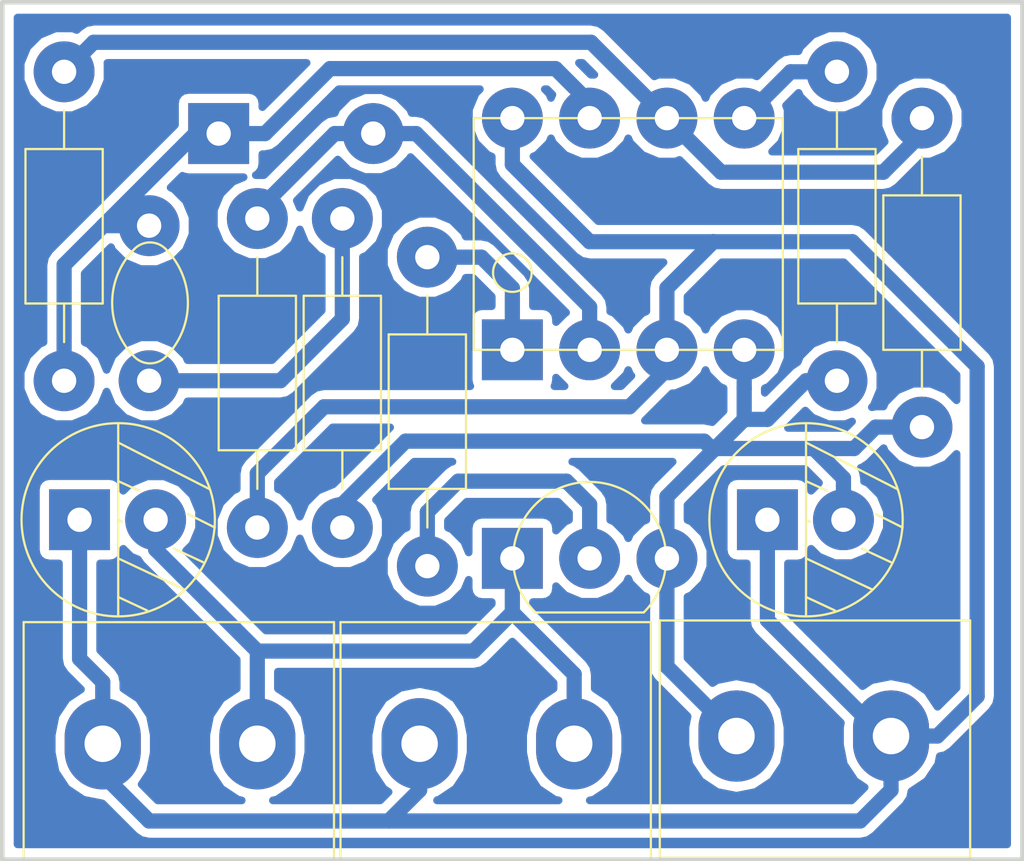
<source format=kicad_pcb>
(kicad_pcb (version 4) (host pcbnew 4.0.6)

  (general
    (links 27)
    (no_connects 1)
    (area 145.974999 80.950999 179.653001 109.295001)
    (thickness 1.6)
    (drawings 4)
    (tracks 96)
    (zones 0)
    (modules 15)
    (nets 11)
  )

  (page A4)
  (layers
    (0 F.Cu signal hide)
    (31 B.Cu signal)
    (32 B.Adhes user hide)
    (33 F.Adhes user hide)
    (34 B.Paste user hide)
    (35 F.Paste user hide)
    (36 B.SilkS user hide)
    (37 F.SilkS user)
    (38 B.Mask user hide)
    (39 F.Mask user hide)
    (40 Dwgs.User user hide)
    (41 Cmts.User user hide)
    (42 Eco1.User user hide)
    (43 Eco2.User user hide)
    (44 Edge.Cuts user)
    (45 Margin user hide)
    (46 B.CrtYd user hide)
    (47 F.CrtYd user hide)
    (48 B.Fab user hide)
    (49 F.Fab user hide)
  )

  (setup
    (last_trace_width 0.5)
    (trace_clearance 0.2)
    (zone_clearance 0.3)
    (zone_45_only no)
    (trace_min 0.2)
    (segment_width 0.2)
    (edge_width 0.15)
    (via_size 0.6)
    (via_drill 0.4)
    (via_min_size 0.4)
    (via_min_drill 0.3)
    (uvia_size 0.3)
    (uvia_drill 0.1)
    (uvias_allowed no)
    (uvia_min_size 0.2)
    (uvia_min_drill 0.1)
    (pcb_text_width 0.3)
    (pcb_text_size 1.5 1.5)
    (mod_edge_width 0.15)
    (mod_text_size 1 1)
    (mod_text_width 0.15)
    (pad_size 1.524 1.524)
    (pad_drill 0.762)
    (pad_to_mask_clearance 0.2)
    (aux_axis_origin 0 0)
    (visible_elements 7FFFFFFF)
    (pcbplotparams
      (layerselection 0x00030_80000001)
      (usegerberextensions false)
      (excludeedgelayer true)
      (linewidth 0.400000)
      (plotframeref false)
      (viasonmask false)
      (mode 1)
      (useauxorigin false)
      (hpglpennumber 1)
      (hpglpenspeed 20)
      (hpglpendiameter 15)
      (hpglpenoverlay 2)
      (psnegative false)
      (psa4output false)
      (plotreference true)
      (plotvalue true)
      (plotinvisibletext false)
      (padsonsilk false)
      (subtractmaskfromsilk false)
      (outputformat 1)
      (mirror false)
      (drillshape 1)
      (scaleselection 1)
      (outputdirectory ""))
  )

  (net 0 "")
  (net 1 VCC)
  (net 2 GND)
  (net 3 "Net-(Q1-Pad2)")
  (net 4 "Net-(C1-Pad1)")
  (net 5 "Net-(C1-Pad2)")
  (net 6 "Net-(C3-Pad2)")
  (net 7 "Net-(R1-Pad2)")
  (net 8 "Net-(R2-Pad1)")
  (net 9 "Net-(R3-Pad2)")
  (net 10 "Net-(R6-Pad2)")

  (net_class Default "Questo è il gruppo di collegamenti predefinito"
    (clearance 0.2)
    (trace_width 0.5)
    (via_dia 0.6)
    (via_drill 0.4)
    (uvia_dia 0.3)
    (uvia_drill 0.1)
    (add_net GND)
    (add_net "Net-(C1-Pad1)")
    (add_net "Net-(C1-Pad2)")
    (add_net "Net-(C3-Pad2)")
    (add_net "Net-(Q1-Pad2)")
    (add_net "Net-(R1-Pad2)")
    (add_net "Net-(R2-Pad1)")
    (add_net "Net-(R3-Pad2)")
    (add_net "Net-(R6-Pad2)")
    (add_net VCC)
  )

  (module Impronte:Cap_6.3 (layer F.Cu) (tedit 5943A0C1) (tstamp 59445C99)
    (at 171.196 98.044)
    (descr "Radial Electrolytic Capacitor, Diameter 6.3mm x Length 11.2mm, Pitch 2.5mm")
    (tags "Electrolytic Capacitor")
    (path /5943A61D)
    (fp_text reference C2 (at 1.016 -2.2225) (layer Eco1.User)
      (effects (font (size 0.5 0.5) (thickness 0.1)))
    )
    (fp_text value 100u (at 0.381 2.2225) (layer Eco2.User)
      (effects (font (size 0.5 0.5) (thickness 0.1)))
    )
    (fp_line (start 1.27 0) (end 1.397 0.0635) (layer F.SilkS) (width 0.075))
    (fp_line (start 4.064 1.397) (end 3.1115 0.9525) (layer F.SilkS) (width 0.075))
    (fp_line (start 3.556 -0.1905) (end 4.445 0.254) (layer F.SilkS) (width 0.075))
    (fp_line (start 1.27 -1.27) (end 1.9685 -0.9525) (layer F.SilkS) (width 0.075))
    (fp_line (start 1.27 2.54) (end 2.2225 2.9845) (layer F.SilkS) (width 0.075))
    (fp_line (start 1.27 1.27) (end 3.429 2.286) (layer F.SilkS) (width 0.075))
    (fp_line (start 1.27 -2.54) (end 4.2545 -1.016) (layer F.SilkS) (width 0.075))
    (fp_line (start 1.27 -3.1496) (end 1.27 3.1496) (layer F.SilkS) (width 0.075))
    (fp_circle (center 1.27 0) (end 4.445 -0.127) (layer F.SilkS) (width 0.075))
    (pad 2 thru_hole circle (at 2.5 0) (size 2 2) (drill 0.8) (layers *.Cu *.Mask)
      (net 2 GND))
    (pad 1 thru_hole rect (at 0 0) (size 2 2) (drill 0.8) (layers *.Cu *.Mask)
      (net 1 VCC))
    (model Capacitors_ThroughHole.3dshapes/C_Radial_D6.3_L11.2_P2.5.wrl
      (at (xyz 0 0 0))
      (scale (xyz 1 1 1))
      (rotate (xyz 0 0 0))
    )
  )

  (module Impronte:AK300-2 (layer F.Cu) (tedit 5943A25F) (tstamp 59445CAB)
    (at 159.766 105.41)
    (descr CONNECTOR)
    (tags CONNECTOR)
    (path /5807461F)
    (attr virtual)
    (fp_text reference P2 (at -1.2 -3.2) (layer Eco1.User)
      (effects (font (size 0.5 0.5) (thickness 0.1)))
    )
    (fp_text value Fan1 (at 1.8 -2.4) (layer Eco2.User)
      (effects (font (size 0.5 0.5) (thickness 0.1)))
    )
    (fp_line (start 7.6 3.8) (end 7.6 -4) (layer F.SilkS) (width 0.075))
    (fp_line (start -2.6 3.8) (end 7.6 3.8) (layer F.SilkS) (width 0.075))
    (fp_line (start -2.6 -4) (end -2.6 3.8) (layer F.SilkS) (width 0.075))
    (fp_line (start 7.6 -4) (end -2.6 -4) (layer F.SilkS) (width 0.075))
    (pad 1 thru_hole oval (at 0 0) (size 2.5 3) (drill 1.2) (layers *.Cu F.Paste F.Mask)
      (net 1 VCC))
    (pad 2 thru_hole oval (at 5.08 0) (size 2.5 3) (drill 1.2) (layers *.Cu F.Paste F.Mask)
      (net 6 "Net-(C3-Pad2)"))
  )

  (module Impronte:TO-92 (layer F.Cu) (tedit 59438B32) (tstamp 59445CB8)
    (at 162.814 99.314)
    (descr "TO-92 leads in-line, wide, drill 0.8mm (see NXP sot054_po.pdf)")
    (tags "to-92 sc-43 sc-43a sot54 PA33 transistor")
    (path /5944B59E)
    (fp_text reference Q1 (at 2.85 -2.85) (layer Eco1.User)
      (effects (font (size 0.5 0.5) (thickness 0.1)))
    )
    (fp_text value BC337 (at 2.85 2.2) (layer Eco2.User)
      (effects (font (size 0.5 0.5) (thickness 0.1)))
    )
    (fp_line (start 4.318 1.778) (end 0.762 1.778) (layer F.SilkS) (width 0.075))
    (fp_arc (start 2.54 0) (end 0.762 1.778) (angle 270) (layer F.SilkS) (width 0.075))
    (pad 2 thru_hole circle (at 2.54 0 90) (size 2 2) (drill 0.8) (layers *.Cu *.Mask)
      (net 3 "Net-(Q1-Pad2)"))
    (pad 3 thru_hole circle (at 5.08 0 90) (size 2 2) (drill 0.8) (layers *.Cu *.Mask)
      (net 2 GND))
    (pad 1 thru_hole rect (at 0 0 90) (size 2 2) (drill 0.8) (layers *.Cu *.Mask)
      (net 6 "Net-(C3-Pad2)"))
    (model TO_SOT_Packages_THT.3dshapes/TO-92_Inline_Wide.wrl
      (at (xyz 0.1 0 0))
      (scale (xyz 1 1 1))
      (rotate (xyz 0 0 -90))
    )
  )

  (module Impronte:Res_Orizz_10mm (layer F.Cu) (tedit 59438C56) (tstamp 59445CD0)
    (at 157.226 93.218 90)
    (descr "Resistor, Axial,  RM 10mm, 1/3W")
    (tags "Resistor Axial RM 10mm 1/3W")
    (path /59449851)
    (fp_text reference R4 (at -1.43 -0.85 90) (layer Eco1.User)
      (effects (font (size 0.5 0.5) (thickness 0.1)))
    )
    (fp_text value 1.2k (at 0.381 0 90) (layer Eco2.User)
      (effects (font (size 0.5 0.5) (thickness 0.1)))
    )
    (fp_line (start -2.54 0) (end -3.81 0) (layer F.SilkS) (width 0.075))
    (fp_line (start 3.81 0) (end 2.54 0) (layer F.SilkS) (width 0.075))
    (fp_line (start -2.54 -1.27) (end 2.54 -1.27) (layer F.SilkS) (width 0.075))
    (fp_line (start -2.54 1.27) (end -2.54 -1.27) (layer F.SilkS) (width 0.075))
    (fp_line (start 2.54 1.27) (end -2.54 1.27) (layer F.SilkS) (width 0.075))
    (fp_line (start 2.54 -1.27) (end 2.54 1.27) (layer F.SilkS) (width 0.075))
    (pad 1 thru_hole circle (at -5.08 0 90) (size 2 2) (drill 0.8) (layers *.Cu *.Mask)
      (net 2 GND))
    (pad 2 thru_hole circle (at 5.08 0 90) (size 2 2) (drill 0.8) (layers *.Cu *.Mask)
      (net 5 "Net-(C1-Pad2)"))
    (model Resistors_ThroughHole.3dshapes/Resistor_Horizontal_RM10mm.wrl
      (at (xyz 0.2 0 0))
      (scale (xyz 0.4 0.4 0.4))
      (rotate (xyz 0 0 0))
    )
  )

  (module Impronte:Cap_5x2.7 (layer F.Cu) (tedit 59439273) (tstamp 59445C93)
    (at 152.176 88.372 270)
    (path /59449A3B)
    (fp_text reference C1 (at 1.016 -0.254 270) (layer Eco1.User)
      (effects (font (size 0.5 0.5) (thickness 0.1)))
    )
    (fp_text value 10n (at 2.159 1.27 270) (layer Eco2.User)
      (effects (font (size 0.5 0.5) (thickness 0.1)))
    )
    (fp_arc (start 1.27 1.27) (end 0.762 1.778) (angle 90) (layer F.SilkS) (width 0.075))
    (fp_arc (start 2.54 0) (end 4.318 1.778) (angle 90) (layer F.SilkS) (width 0.075))
    (fp_arc (start 3.81 1.27) (end 4.318 0.762) (angle 90) (layer F.SilkS) (width 0.075))
    (fp_arc (start 2.54 2.54) (end 0.762 0.762) (angle 90) (layer F.SilkS) (width 0.075))
    (pad 1 thru_hole circle (at 0 1.3 270) (size 2 2) (drill 0.8) (layers *.Cu *.Mask)
      (net 4 "Net-(C1-Pad1)"))
    (pad 2 thru_hole circle (at 5.1 1.3 270) (size 2 2) (drill 0.8) (layers *.Cu *.Mask)
      (net 5 "Net-(C1-Pad2)"))
  )

  (module Impronte:Cap_6.3 (layer F.Cu) (tedit 5943A0C1) (tstamp 59445C9F)
    (at 148.59 98.044)
    (descr "Radial Electrolytic Capacitor, Diameter 6.3mm x Length 11.2mm, Pitch 2.5mm")
    (tags "Electrolytic Capacitor")
    (path /5943AA47)
    (fp_text reference C3 (at 1.016 -2.2225) (layer Eco1.User)
      (effects (font (size 0.5 0.5) (thickness 0.1)))
    )
    (fp_text value 100u (at 0.381 2.2225) (layer Eco2.User)
      (effects (font (size 0.5 0.5) (thickness 0.1)))
    )
    (fp_line (start 1.27 0) (end 1.397 0.0635) (layer F.SilkS) (width 0.075))
    (fp_line (start 4.064 1.397) (end 3.1115 0.9525) (layer F.SilkS) (width 0.075))
    (fp_line (start 3.556 -0.1905) (end 4.445 0.254) (layer F.SilkS) (width 0.075))
    (fp_line (start 1.27 -1.27) (end 1.9685 -0.9525) (layer F.SilkS) (width 0.075))
    (fp_line (start 1.27 2.54) (end 2.2225 2.9845) (layer F.SilkS) (width 0.075))
    (fp_line (start 1.27 1.27) (end 3.429 2.286) (layer F.SilkS) (width 0.075))
    (fp_line (start 1.27 -2.54) (end 4.2545 -1.016) (layer F.SilkS) (width 0.075))
    (fp_line (start 1.27 -3.1496) (end 1.27 3.1496) (layer F.SilkS) (width 0.075))
    (fp_circle (center 1.27 0) (end 4.445 -0.127) (layer F.SilkS) (width 0.075))
    (pad 2 thru_hole circle (at 2.5 0) (size 2 2) (drill 0.8) (layers *.Cu *.Mask)
      (net 6 "Net-(C3-Pad2)"))
    (pad 1 thru_hole rect (at 0 0) (size 2 2) (drill 0.8) (layers *.Cu *.Mask)
      (net 1 VCC))
    (model Capacitors_ThroughHole.3dshapes/C_Radial_D6.3_L11.2_P2.5.wrl
      (at (xyz 0 0 0))
      (scale (xyz 1 1 1))
      (rotate (xyz 0 0 0))
    )
  )

  (module Impronte:AK300-2 (layer F.Cu) (tedit 5943A25F) (tstamp 59445CA5)
    (at 175.26 105.156 180)
    (descr CONNECTOR)
    (tags CONNECTOR)
    (path /58076736)
    (attr virtual)
    (fp_text reference P1 (at -1.2 -3.2 180) (layer Eco1.User)
      (effects (font (size 0.5 0.5) (thickness 0.1)))
    )
    (fp_text value Power (at 1.8 -2.4 180) (layer Eco2.User)
      (effects (font (size 0.5 0.5) (thickness 0.1)))
    )
    (fp_line (start 7.6 3.8) (end 7.6 -4) (layer F.SilkS) (width 0.075))
    (fp_line (start -2.6 3.8) (end 7.6 3.8) (layer F.SilkS) (width 0.075))
    (fp_line (start -2.6 -4) (end -2.6 3.8) (layer F.SilkS) (width 0.075))
    (fp_line (start 7.6 -4) (end -2.6 -4) (layer F.SilkS) (width 0.075))
    (pad 1 thru_hole oval (at 0 0 180) (size 2.5 3) (drill 1.2) (layers *.Cu F.Paste F.Mask)
      (net 1 VCC))
    (pad 2 thru_hole oval (at 5.08 0 180) (size 2.5 3) (drill 1.2) (layers *.Cu F.Paste F.Mask)
      (net 2 GND))
  )

  (module Impronte:AK300-2 (layer F.Cu) (tedit 5943A25F) (tstamp 59445CB1)
    (at 149.352 105.41)
    (descr CONNECTOR)
    (tags CONNECTOR)
    (path /5942C6F3)
    (attr virtual)
    (fp_text reference P3 (at -1.2 -3.2) (layer Eco1.User)
      (effects (font (size 0.5 0.5) (thickness 0.1)))
    )
    (fp_text value Fan2 (at 1.8 -2.4) (layer Eco2.User)
      (effects (font (size 0.5 0.5) (thickness 0.1)))
    )
    (fp_line (start 7.6 3.8) (end 7.6 -4) (layer F.SilkS) (width 0.075))
    (fp_line (start -2.6 3.8) (end 7.6 3.8) (layer F.SilkS) (width 0.075))
    (fp_line (start -2.6 -4) (end -2.6 3.8) (layer F.SilkS) (width 0.075))
    (fp_line (start 7.6 -4) (end -2.6 -4) (layer F.SilkS) (width 0.075))
    (pad 1 thru_hole oval (at 0 0) (size 2.5 3) (drill 1.2) (layers *.Cu F.Paste F.Mask)
      (net 1 VCC))
    (pad 2 thru_hole oval (at 5.08 0) (size 2.5 3) (drill 1.2) (layers *.Cu F.Paste F.Mask)
      (net 6 "Net-(C3-Pad2)"))
  )

  (module Impronte:Res_Orizz_10mm (layer F.Cu) (tedit 59438C56) (tstamp 59445CBE)
    (at 154.432 93.218 90)
    (descr "Resistor, Axial,  RM 10mm, 1/3W")
    (tags "Resistor Axial RM 10mm 1/3W")
    (path /5944A7FD)
    (fp_text reference R1 (at -1.43 -0.85 90) (layer Eco1.User)
      (effects (font (size 0.5 0.5) (thickness 0.1)))
    )
    (fp_text value 4.7k (at 0.381 0 90) (layer Eco2.User)
      (effects (font (size 0.5 0.5) (thickness 0.1)))
    )
    (fp_line (start -2.54 0) (end -3.81 0) (layer F.SilkS) (width 0.075))
    (fp_line (start 3.81 0) (end 2.54 0) (layer F.SilkS) (width 0.075))
    (fp_line (start -2.54 -1.27) (end 2.54 -1.27) (layer F.SilkS) (width 0.075))
    (fp_line (start -2.54 1.27) (end -2.54 -1.27) (layer F.SilkS) (width 0.075))
    (fp_line (start 2.54 1.27) (end -2.54 1.27) (layer F.SilkS) (width 0.075))
    (fp_line (start 2.54 -1.27) (end 2.54 1.27) (layer F.SilkS) (width 0.075))
    (pad 1 thru_hole circle (at -5.08 0 90) (size 2 2) (drill 0.8) (layers *.Cu *.Mask)
      (net 1 VCC))
    (pad 2 thru_hole circle (at 5.08 0 90) (size 2 2) (drill 0.8) (layers *.Cu *.Mask)
      (net 7 "Net-(R1-Pad2)"))
    (model Resistors_ThroughHole.3dshapes/Resistor_Horizontal_RM10mm.wrl
      (at (xyz 0.2 0 0))
      (scale (xyz 0.4 0.4 0.4))
      (rotate (xyz 0 0 0))
    )
  )

  (module Impronte:Res_Orizz_10mm (layer F.Cu) (tedit 59438C56) (tstamp 59445CC4)
    (at 176.276 89.916 270)
    (descr "Resistor, Axial,  RM 10mm, 1/3W")
    (tags "Resistor Axial RM 10mm 1/3W")
    (path /59449CD2)
    (fp_text reference R2 (at -1.43 -0.85 270) (layer Eco1.User)
      (effects (font (size 0.5 0.5) (thickness 0.1)))
    )
    (fp_text value 10k (at 0.381 0 270) (layer Eco2.User)
      (effects (font (size 0.5 0.5) (thickness 0.1)))
    )
    (fp_line (start -2.54 0) (end -3.81 0) (layer F.SilkS) (width 0.075))
    (fp_line (start 3.81 0) (end 2.54 0) (layer F.SilkS) (width 0.075))
    (fp_line (start -2.54 -1.27) (end 2.54 -1.27) (layer F.SilkS) (width 0.075))
    (fp_line (start -2.54 1.27) (end -2.54 -1.27) (layer F.SilkS) (width 0.075))
    (fp_line (start 2.54 1.27) (end -2.54 1.27) (layer F.SilkS) (width 0.075))
    (fp_line (start 2.54 -1.27) (end 2.54 1.27) (layer F.SilkS) (width 0.075))
    (pad 1 thru_hole circle (at -5.08 0 270) (size 2 2) (drill 0.8) (layers *.Cu *.Mask)
      (net 8 "Net-(R2-Pad1)"))
    (pad 2 thru_hole circle (at 5.08 0 270) (size 2 2) (drill 0.8) (layers *.Cu *.Mask)
      (net 2 GND))
    (model Resistors_ThroughHole.3dshapes/Resistor_Horizontal_RM10mm.wrl
      (at (xyz 0.2 0 0))
      (scale (xyz 0.4 0.4 0.4))
      (rotate (xyz 0 0 0))
    )
  )

  (module Impronte:Res_Orizz_10mm (layer F.Cu) (tedit 59438C56) (tstamp 59445CCA)
    (at 173.482 88.392 90)
    (descr "Resistor, Axial,  RM 10mm, 1/3W")
    (tags "Resistor Axial RM 10mm 1/3W")
    (path /59449779)
    (fp_text reference R3 (at -1.43 -0.85 90) (layer Eco1.User)
      (effects (font (size 0.5 0.5) (thickness 0.1)))
    )
    (fp_text value 1.2k (at 0.381 0 90) (layer Eco2.User)
      (effects (font (size 0.5 0.5) (thickness 0.1)))
    )
    (fp_line (start -2.54 0) (end -3.81 0) (layer F.SilkS) (width 0.075))
    (fp_line (start 3.81 0) (end 2.54 0) (layer F.SilkS) (width 0.075))
    (fp_line (start -2.54 -1.27) (end 2.54 -1.27) (layer F.SilkS) (width 0.075))
    (fp_line (start -2.54 1.27) (end -2.54 -1.27) (layer F.SilkS) (width 0.075))
    (fp_line (start 2.54 1.27) (end -2.54 1.27) (layer F.SilkS) (width 0.075))
    (fp_line (start 2.54 -1.27) (end 2.54 1.27) (layer F.SilkS) (width 0.075))
    (pad 1 thru_hole circle (at -5.08 0 90) (size 2 2) (drill 0.8) (layers *.Cu *.Mask)
      (net 2 GND))
    (pad 2 thru_hole circle (at 5.08 0 90) (size 2 2) (drill 0.8) (layers *.Cu *.Mask)
      (net 9 "Net-(R3-Pad2)"))
    (model Resistors_ThroughHole.3dshapes/Resistor_Horizontal_RM10mm.wrl
      (at (xyz 0.2 0 0))
      (scale (xyz 0.4 0.4 0.4))
      (rotate (xyz 0 0 0))
    )
  )

  (module Impronte:Res_Orizz_10mm (layer F.Cu) (tedit 59438C56) (tstamp 59445CD6)
    (at 148.082 88.392 270)
    (descr "Resistor, Axial,  RM 10mm, 1/3W")
    (tags "Resistor Axial RM 10mm 1/3W")
    (path /59449BFA)
    (fp_text reference R5 (at -1.43 -0.85 270) (layer Eco1.User)
      (effects (font (size 0.5 0.5) (thickness 0.1)))
    )
    (fp_text value 10k (at 0.381 0 270) (layer Eco2.User)
      (effects (font (size 0.5 0.5) (thickness 0.1)))
    )
    (fp_line (start -2.54 0) (end -3.81 0) (layer F.SilkS) (width 0.075))
    (fp_line (start 3.81 0) (end 2.54 0) (layer F.SilkS) (width 0.075))
    (fp_line (start -2.54 -1.27) (end 2.54 -1.27) (layer F.SilkS) (width 0.075))
    (fp_line (start -2.54 1.27) (end -2.54 -1.27) (layer F.SilkS) (width 0.075))
    (fp_line (start 2.54 1.27) (end -2.54 1.27) (layer F.SilkS) (width 0.075))
    (fp_line (start 2.54 -1.27) (end 2.54 1.27) (layer F.SilkS) (width 0.075))
    (pad 1 thru_hole circle (at -5.08 0 270) (size 2 2) (drill 0.8) (layers *.Cu *.Mask)
      (net 8 "Net-(R2-Pad1)"))
    (pad 2 thru_hole circle (at 5.08 0 270) (size 2 2) (drill 0.8) (layers *.Cu *.Mask)
      (net 4 "Net-(C1-Pad1)"))
    (model Resistors_ThroughHole.3dshapes/Resistor_Horizontal_RM10mm.wrl
      (at (xyz 0.2 0 0))
      (scale (xyz 0.4 0.4 0.4))
      (rotate (xyz 0 0 0))
    )
  )

  (module Impronte:Res_Orizz_10mm (layer F.Cu) (tedit 59438C56) (tstamp 59445CDC)
    (at 160.02 94.488 90)
    (descr "Resistor, Axial,  RM 10mm, 1/3W")
    (tags "Resistor Axial RM 10mm 1/3W")
    (path /580744D1)
    (fp_text reference R6 (at -1.43 -0.85 90) (layer Eco1.User)
      (effects (font (size 0.5 0.5) (thickness 0.1)))
    )
    (fp_text value 100 (at 0.381 0 90) (layer Eco2.User)
      (effects (font (size 0.5 0.5) (thickness 0.1)))
    )
    (fp_line (start -2.54 0) (end -3.81 0) (layer F.SilkS) (width 0.075))
    (fp_line (start 3.81 0) (end 2.54 0) (layer F.SilkS) (width 0.075))
    (fp_line (start -2.54 -1.27) (end 2.54 -1.27) (layer F.SilkS) (width 0.075))
    (fp_line (start -2.54 1.27) (end -2.54 -1.27) (layer F.SilkS) (width 0.075))
    (fp_line (start 2.54 1.27) (end -2.54 1.27) (layer F.SilkS) (width 0.075))
    (fp_line (start 2.54 -1.27) (end 2.54 1.27) (layer F.SilkS) (width 0.075))
    (pad 1 thru_hole circle (at -5.08 0 90) (size 2 2) (drill 0.8) (layers *.Cu *.Mask)
      (net 3 "Net-(Q1-Pad2)"))
    (pad 2 thru_hole circle (at 5.08 0 90) (size 2 2) (drill 0.8) (layers *.Cu *.Mask)
      (net 10 "Net-(R6-Pad2)"))
    (model Resistors_ThroughHole.3dshapes/Resistor_Horizontal_RM10mm.wrl
      (at (xyz 0.2 0 0))
      (scale (xyz 0.4 0.4 0.4))
      (rotate (xyz 0 0 0))
    )
  )

  (module Impronte:2-Pin (layer F.Cu) (tedit 594383E9) (tstamp 59445CE2)
    (at 153.162 85.344)
    (path /5944A3E7)
    (fp_text reference TH1 (at 0 -1.3) (layer Eco1.User)
      (effects (font (size 0.5 0.5) (thickness 0.1)))
    )
    (fp_text value 6.8k (at 5.05 -1.3) (layer Eco2.User)
      (effects (font (size 0.5 0.5) (thickness 0.1)))
    )
    (pad 1 thru_hole rect (at 0 0) (size 2 2) (drill 0.8) (layers *.Cu *.Mask)
      (net 4 "Net-(C1-Pad1)"))
    (pad 2 thru_hole circle (at 5.08 0) (size 2 2) (drill 0.8) (layers *.Cu *.Mask)
      (net 7 "Net-(R1-Pad2)"))
  )

  (module Impronte:DIP-8 (layer F.Cu) (tedit 59438CE5) (tstamp 59445CEE)
    (at 161.544 92.456)
    (path /59448DA5)
    (fp_text reference U1 (at 1.143 -4.064) (layer Eco1.User)
      (effects (font (size 0.5 0.5) (thickness 0.1)))
    )
    (fp_text value LM358 (at 5.461 -3.81) (layer Eco2.User)
      (effects (font (size 0.5 0.5) (thickness 0.1)))
    )
    (fp_line (start 0 0) (end 0 -7.62) (layer F.SilkS) (width 0.075))
    (fp_line (start 10.16 0) (end 0 0) (layer F.SilkS) (width 0.075))
    (fp_line (start 10.16 -7.62) (end 10.16 0) (layer F.SilkS) (width 0.075))
    (fp_line (start 0 -7.62) (end 10.16 -7.62) (layer F.SilkS) (width 0.075))
    (fp_circle (center 1.27 -2.54) (end 1.905 -2.54) (layer F.SilkS) (width 0.075))
    (pad 1 thru_hole rect (at 1.27 0) (size 2 2) (drill 0.8) (layers *.Cu *.Mask)
      (net 10 "Net-(R6-Pad2)"))
    (pad 2 thru_hole circle (at 3.81 0) (size 2 2) (drill 0.8) (layers *.Cu *.Mask)
      (net 7 "Net-(R1-Pad2)"))
    (pad 3 thru_hole circle (at 6.35 0) (size 2 2) (drill 0.8) (layers *.Cu *.Mask)
      (net 1 VCC))
    (pad 4 thru_hole circle (at 8.89 0) (size 2 2) (drill 0.8) (layers *.Cu *.Mask)
      (net 2 GND))
    (pad 5 thru_hole circle (at 8.89 -7.62) (size 2 2) (drill 0.8) (layers *.Cu *.Mask)
      (net 9 "Net-(R3-Pad2)"))
    (pad 6 thru_hole circle (at 6.35 -7.62) (size 2 2) (drill 0.8) (layers *.Cu *.Mask)
      (net 8 "Net-(R2-Pad1)"))
    (pad 7 thru_hole circle (at 3.81 -7.62) (size 2 2) (drill 0.8) (layers *.Cu *.Mask)
      (net 4 "Net-(C1-Pad1)"))
    (pad 8 thru_hole circle (at 1.27 -7.62) (size 2 2) (drill 0.8) (layers *.Cu *.Mask)
      (net 1 VCC))
  )

  (gr_line (start 179.578 109.22) (end 179.578 81.026) (layer Edge.Cuts) (width 0.15))
  (gr_line (start 146.05 109.22) (end 179.578 109.22) (layer Edge.Cuts) (width 0.15))
  (gr_line (start 146.05 81.026) (end 146.05 109.22) (layer Edge.Cuts) (width 0.15))
  (gr_line (start 179.578 81.026) (end 146.05 81.026) (layer Edge.Cuts) (width 0.15))

  (segment (start 154.432 98.298) (end 154.432 96.52) (width 0.5) (layer B.Cu) (net 1))
  (segment (start 154.432 96.52) (end 156.623161 94.328839) (width 0.5) (layer B.Cu) (net 1))
  (segment (start 156.623161 94.328839) (end 166.663842 94.328839) (width 0.5) (layer B.Cu) (net 1))
  (segment (start 166.663842 94.328839) (end 167.894 93.098681) (width 0.5) (layer B.Cu) (net 1))
  (segment (start 167.894 93.098681) (end 167.894 92.456) (width 0.5) (layer B.Cu) (net 1))
  (segment (start 174.244 107.95) (end 175.26 106.934) (width 0.5) (layer B.Cu) (net 1))
  (segment (start 175.26 106.934) (end 175.26 105.156) (width 0.5) (layer B.Cu) (net 1))
  (segment (start 158.75 107.95) (end 174.244 107.95) (width 0.5) (layer B.Cu) (net 1))
  (segment (start 176.784 105.156) (end 178.090285 103.849715) (width 0.5) (layer B.Cu) (net 1))
  (segment (start 178.090285 103.849715) (end 178.090285 93.000285) (width 0.5) (layer B.Cu) (net 1))
  (segment (start 175.26 105.156) (end 176.784 105.156) (width 0.5) (layer B.Cu) (net 1))
  (segment (start 171.196 101.346) (end 175.006 105.156) (width 0.5) (layer B.Cu) (net 1))
  (segment (start 175.006 105.156) (end 175.26 105.156) (width 0.5) (layer B.Cu) (net 1))
  (segment (start 171.196 98.044) (end 171.196 101.346) (width 0.5) (layer B.Cu) (net 1))
  (segment (start 178.090285 93.000285) (end 173.99 88.9) (width 0.5) (layer B.Cu) (net 1))
  (segment (start 173.99 88.9) (end 169.418 88.9) (width 0.5) (layer B.Cu) (net 1))
  (segment (start 169.418 88.9) (end 165.354 88.9) (width 0.5) (layer B.Cu) (net 1))
  (segment (start 167.894 92.456) (end 167.894 90.424) (width 0.5) (layer B.Cu) (net 1))
  (segment (start 167.894 90.424) (end 169.418 88.9) (width 0.5) (layer B.Cu) (net 1))
  (segment (start 165.354 88.9) (end 162.814 86.36) (width 0.5) (layer B.Cu) (net 1))
  (segment (start 162.814 86.36) (end 162.814 84.836) (width 0.5) (layer B.Cu) (net 1))
  (segment (start 158.75 107.95) (end 159.766 106.934) (width 0.5) (layer B.Cu) (net 1))
  (segment (start 159.766 106.934) (end 159.766 105.41) (width 0.5) (layer B.Cu) (net 1))
  (segment (start 150.876 107.95) (end 158.75 107.95) (width 0.5) (layer B.Cu) (net 1))
  (segment (start 149.352 106.426) (end 150.876 107.95) (width 0.5) (layer B.Cu) (net 1))
  (segment (start 149.352 105.41) (end 149.352 106.426) (width 0.5) (layer B.Cu) (net 1))
  (segment (start 148.59 102.616) (end 149.352 103.378) (width 0.5) (layer B.Cu) (net 1))
  (segment (start 149.352 103.378) (end 149.352 105.41) (width 0.5) (layer B.Cu) (net 1))
  (segment (start 148.59 98.044) (end 148.59 102.616) (width 0.5) (layer B.Cu) (net 1))
  (segment (start 157.226 98.298) (end 157.226 97.536) (width 0.5) (layer B.Cu) (net 2))
  (segment (start 157.226 97.536) (end 159.304307 95.457693) (width 0.5) (layer B.Cu) (net 2))
  (segment (start 159.304307 95.457693) (end 169.117693 95.457693) (width 0.5) (layer B.Cu) (net 2))
  (segment (start 169.117693 95.457693) (end 169.360581 95.700581) (width 0.5) (layer B.Cu) (net 2))
  (segment (start 167.894 99.314) (end 167.894 102.87) (width 0.5) (layer B.Cu) (net 2))
  (segment (start 167.894 102.87) (end 170.18 105.156) (width 0.5) (layer B.Cu) (net 2))
  (segment (start 174.047419 95.700581) (end 172.72 95.700581) (width 0.5) (layer B.Cu) (net 2))
  (segment (start 173.696 98.044) (end 173.696 96.676581) (width 0.5) (layer B.Cu) (net 2))
  (segment (start 172.72 95.700581) (end 169.360581 95.700581) (width 0.5) (layer B.Cu) (net 2))
  (segment (start 173.696 96.676581) (end 172.72 95.700581) (width 0.5) (layer B.Cu) (net 2))
  (segment (start 174.752 94.996) (end 174.047419 95.700581) (width 0.5) (layer B.Cu) (net 2))
  (segment (start 176.276 94.996) (end 174.752 94.996) (width 0.5) (layer B.Cu) (net 2))
  (segment (start 172.466 93.472) (end 171.196 94.742) (width 0.5) (layer B.Cu) (net 2))
  (segment (start 171.196 94.742) (end 170.434 94.742) (width 0.5) (layer B.Cu) (net 2))
  (segment (start 173.482 93.472) (end 172.466 93.472) (width 0.5) (layer B.Cu) (net 2))
  (segment (start 169.418 95.758) (end 170.434 94.742) (width 0.5) (layer B.Cu) (net 2))
  (segment (start 170.434 94.742) (end 170.434 93.726) (width 0.5) (layer B.Cu) (net 2))
  (segment (start 170.434 93.726) (end 170.434 92.456) (width 0.5) (layer B.Cu) (net 2))
  (segment (start 167.894 97.282) (end 167.894 99.314) (width 0.5) (layer B.Cu) (net 2))
  (segment (start 167.894 97.282) (end 169.418 95.758) (width 0.5) (layer B.Cu) (net 2))
  (segment (start 169.360581 95.700581) (end 169.418 95.758) (width 0.5) (layer B.Cu) (net 2))
  (segment (start 173.696 93.686) (end 173.482 93.472) (width 0.5) (layer B.Cu) (net 2))
  (segment (start 176.276 94.996) (end 176.276 95.464) (width 0.5) (layer B.Cu) (net 2))
  (segment (start 161.036 96.774) (end 160.02 97.79) (width 0.5) (layer B.Cu) (net 3))
  (segment (start 160.02 97.79) (end 160.02 99.568) (width 0.5) (layer B.Cu) (net 3))
  (segment (start 164.592 96.774) (end 161.036 96.774) (width 0.5) (layer B.Cu) (net 3))
  (segment (start 165.354 97.536) (end 164.592 96.774) (width 0.5) (layer B.Cu) (net 3))
  (segment (start 165.354 99.314) (end 165.354 97.536) (width 0.5) (layer B.Cu) (net 3))
  (segment (start 149.372 88.372) (end 152.4 85.344) (width 0.5) (layer B.Cu) (net 4))
  (segment (start 152.4 85.344) (end 153.162 85.344) (width 0.5) (layer B.Cu) (net 4))
  (segment (start 148.082 89.662) (end 148.082 93.472) (width 0.5) (layer B.Cu) (net 4))
  (segment (start 149.372 88.372) (end 148.082 89.662) (width 0.5) (layer B.Cu) (net 4))
  (segment (start 150.876 88.372) (end 149.372 88.372) (width 0.5) (layer B.Cu) (net 4))
  (segment (start 165.354 84.836) (end 165.354 84.328) (width 0.5) (layer B.Cu) (net 4))
  (segment (start 165.354 84.328) (end 164.233335 83.207335) (width 0.5) (layer B.Cu) (net 4))
  (segment (start 164.233335 83.207335) (end 156.822665 83.207335) (width 0.5) (layer B.Cu) (net 4))
  (segment (start 156.822665 83.207335) (end 154.686 85.344) (width 0.5) (layer B.Cu) (net 4))
  (segment (start 154.686 85.344) (end 153.162 85.344) (width 0.5) (layer B.Cu) (net 4))
  (segment (start 155.194 93.472) (end 157.226 91.44) (width 0.5) (layer B.Cu) (net 5))
  (segment (start 157.226 91.44) (end 157.226 88.138) (width 0.5) (layer B.Cu) (net 5))
  (segment (start 150.876 93.472) (end 155.194 93.472) (width 0.5) (layer B.Cu) (net 5))
  (segment (start 154.432 102.362) (end 161.544 102.362) (width 0.5) (layer B.Cu) (net 6))
  (segment (start 161.544 102.362) (end 162.814 101.092) (width 0.5) (layer B.Cu) (net 6))
  (segment (start 151.09 99.02) (end 154.432 102.362) (width 0.5) (layer B.Cu) (net 6))
  (segment (start 154.432 102.362) (end 154.432 105.41) (width 0.5) (layer B.Cu) (net 6))
  (segment (start 151.09 98.044) (end 151.09 99.02) (width 0.5) (layer B.Cu) (net 6))
  (segment (start 162.814 101.092) (end 164.846 103.124) (width 0.5) (layer B.Cu) (net 6))
  (segment (start 164.846 103.124) (end 164.846 105.41) (width 0.5) (layer B.Cu) (net 6))
  (segment (start 162.814 99.314) (end 162.814 101.092) (width 0.5) (layer B.Cu) (net 6))
  (segment (start 154.432 87.884) (end 156.972 85.344) (width 0.5) (layer B.Cu) (net 7))
  (segment (start 156.972 85.344) (end 158.242 85.344) (width 0.5) (layer B.Cu) (net 7))
  (segment (start 154.432 88.138) (end 154.432 87.884) (width 0.5) (layer B.Cu) (net 7))
  (segment (start 158.242 85.344) (end 159.65234 85.344) (width 0.5) (layer B.Cu) (net 7))
  (segment (start 159.65234 85.344) (end 165.354 91.04566) (width 0.5) (layer B.Cu) (net 7))
  (segment (start 165.354 91.04566) (end 165.354 92.456) (width 0.5) (layer B.Cu) (net 7))
  (segment (start 149.052185 82.341815) (end 148.082 83.312) (width 0.5) (layer B.Cu) (net 8))
  (segment (start 167.894 84.836) (end 165.399815 82.341815) (width 0.5) (layer B.Cu) (net 8))
  (segment (start 165.399815 82.341815) (end 149.052185 82.341815) (width 0.5) (layer B.Cu) (net 8))
  (segment (start 175.006 86.614) (end 169.672 86.614) (width 0.5) (layer B.Cu) (net 8))
  (segment (start 169.672 86.614) (end 167.894 84.836) (width 0.5) (layer B.Cu) (net 8))
  (segment (start 176.276 85.344) (end 175.006 86.614) (width 0.5) (layer B.Cu) (net 8))
  (segment (start 176.276 84.836) (end 176.276 85.344) (width 0.5) (layer B.Cu) (net 8))
  (segment (start 173.482 83.312) (end 171.958 83.312) (width 0.5) (layer B.Cu) (net 9))
  (segment (start 171.958 83.312) (end 170.434 84.836) (width 0.5) (layer B.Cu) (net 9))
  (segment (start 161.798 89.408) (end 162.814 90.424) (width 0.5) (layer B.Cu) (net 10))
  (segment (start 162.814 90.424) (end 162.814 92.456) (width 0.5) (layer B.Cu) (net 10))
  (segment (start 159.766 89.408) (end 161.798 89.408) (width 0.5) (layer B.Cu) (net 10))

  (zone (net 0) (net_name "") (layer B.Cu) (tstamp 0) (hatch edge 0.508)
    (connect_pads (clearance 0.3))
    (min_thickness 0.254)
    (fill yes (arc_segments 16) (thermal_gap 0.508) (thermal_bridge_width 0.508))
    (polygon
      (pts
        (xy 179.578 81.026) (xy 146.05 81.026) (xy 146.05 109.22) (xy 179.578 109.22)
      )
    )
    (filled_polygon
      (pts
        (xy 179.076 108.718) (xy 146.552 108.718) (xy 146.552 83.594603) (xy 146.654752 83.594603) (xy 146.871543 84.119275)
        (xy 147.272614 84.521047) (xy 147.796907 84.738752) (xy 148.364603 84.739248) (xy 148.889275 84.522457) (xy 149.291047 84.121386)
        (xy 149.508752 83.597093) (xy 149.509248 83.029397) (xy 149.504876 83.018815) (xy 156.053762 83.018815) (xy 154.597365 84.475213)
        (xy 154.597365 84.344) (xy 154.567591 84.185763) (xy 154.474073 84.040433) (xy 154.331381 83.942936) (xy 154.162 83.908635)
        (xy 152.162 83.908635) (xy 152.003763 83.938409) (xy 151.858433 84.031927) (xy 151.760936 84.174619) (xy 151.726635 84.344)
        (xy 151.726635 85.059942) (xy 148.893291 87.893287) (xy 148.893288 87.893289) (xy 147.603289 89.183289) (xy 147.456534 89.402923)
        (xy 147.405 89.662) (xy 147.405 92.207714) (xy 147.274725 92.261543) (xy 146.872953 92.662614) (xy 146.655248 93.186907)
        (xy 146.654752 93.754603) (xy 146.871543 94.279275) (xy 147.272614 94.681047) (xy 147.796907 94.898752) (xy 148.364603 94.899248)
        (xy 148.889275 94.682457) (xy 149.291047 94.281386) (xy 149.479194 93.828277) (xy 149.665543 94.279275) (xy 150.066614 94.681047)
        (xy 150.590907 94.898752) (xy 151.158603 94.899248) (xy 151.683275 94.682457) (xy 152.085047 94.281386) (xy 152.140018 94.149)
        (xy 155.194 94.149) (xy 155.453077 94.097466) (xy 155.672711 93.950711) (xy 157.704711 91.918711) (xy 157.835708 91.72266)
        (xy 157.851466 91.699077) (xy 157.903 91.44) (xy 157.903 89.402286) (xy 158.033275 89.348457) (xy 158.435047 88.947386)
        (xy 158.652752 88.423093) (xy 158.653248 87.855397) (xy 158.436457 87.330725) (xy 158.035386 86.928953) (xy 157.511093 86.711248)
        (xy 156.943397 86.710752) (xy 156.418725 86.927543) (xy 156.016953 87.328614) (xy 155.828806 87.781723) (xy 155.730242 87.54318)
        (xy 157.076806 86.196617) (xy 157.432614 86.553047) (xy 157.956907 86.770752) (xy 158.524603 86.771248) (xy 159.049275 86.554457)
        (xy 159.451047 86.153386) (xy 159.466673 86.115755) (xy 164.581919 91.231001) (xy 164.546725 91.245543) (xy 164.249365 91.542384)
        (xy 164.249365 91.456) (xy 164.219591 91.297763) (xy 164.126073 91.152433) (xy 163.983381 91.054936) (xy 163.814 91.020635)
        (xy 163.491 91.020635) (xy 163.491 90.424) (xy 163.439466 90.164923) (xy 163.292711 89.945289) (xy 162.276711 88.929289)
        (xy 162.159112 88.850712) (xy 162.057077 88.782534) (xy 161.798 88.731) (xy 161.284286 88.731) (xy 161.230457 88.600725)
        (xy 160.829386 88.198953) (xy 160.305093 87.981248) (xy 159.737397 87.980752) (xy 159.212725 88.197543) (xy 158.810953 88.598614)
        (xy 158.593248 89.122907) (xy 158.592752 89.690603) (xy 158.809543 90.215275) (xy 159.210614 90.617047) (xy 159.734907 90.834752)
        (xy 160.302603 90.835248) (xy 160.827275 90.618457) (xy 161.229047 90.217386) (xy 161.284018 90.085) (xy 161.517578 90.085)
        (xy 162.137 90.704422) (xy 162.137 91.020635) (xy 161.814 91.020635) (xy 161.655763 91.050409) (xy 161.510433 91.143927)
        (xy 161.412936 91.286619) (xy 161.378635 91.456) (xy 161.378635 93.456) (xy 161.408409 93.614237) (xy 161.432605 93.651839)
        (xy 156.623161 93.651839) (xy 156.364085 93.703372) (xy 156.14445 93.850127) (xy 153.953289 96.041289) (xy 153.806534 96.260923)
        (xy 153.755 96.52) (xy 153.755 97.033714) (xy 153.624725 97.087543) (xy 153.222953 97.488614) (xy 153.005248 98.012907)
        (xy 153.004752 98.580603) (xy 153.221543 99.105275) (xy 153.622614 99.507047) (xy 154.146907 99.724752) (xy 154.714603 99.725248)
        (xy 155.239275 99.508457) (xy 155.641047 99.107386) (xy 155.829194 98.654277) (xy 156.015543 99.105275) (xy 156.416614 99.507047)
        (xy 156.940907 99.724752) (xy 157.508603 99.725248) (xy 158.033275 99.508457) (xy 158.435047 99.107386) (xy 158.652752 98.583093)
        (xy 158.653248 98.015397) (xy 158.436457 97.490725) (xy 158.332668 97.386754) (xy 159.584729 96.134693) (xy 160.846506 96.134693)
        (xy 160.776923 96.148534) (xy 160.644957 96.236711) (xy 160.557289 96.295289) (xy 159.541289 97.311289) (xy 159.394534 97.530923)
        (xy 159.343 97.79) (xy 159.343 98.303714) (xy 159.212725 98.357543) (xy 158.810953 98.758614) (xy 158.593248 99.282907)
        (xy 158.592752 99.850603) (xy 158.809543 100.375275) (xy 159.210614 100.777047) (xy 159.734907 100.994752) (xy 160.302603 100.995248)
        (xy 160.827275 100.778457) (xy 161.229047 100.377386) (xy 161.378635 100.017137) (xy 161.378635 100.314) (xy 161.408409 100.472237)
        (xy 161.501927 100.617567) (xy 161.644619 100.715064) (xy 161.814 100.749365) (xy 162.137 100.749365) (xy 162.137 100.811578)
        (xy 161.263578 101.685) (xy 154.712422 101.685) (xy 152.089745 99.062323) (xy 152.299047 98.853386) (xy 152.516752 98.329093)
        (xy 152.517248 97.761397) (xy 152.300457 97.236725) (xy 151.899386 96.834953) (xy 151.375093 96.617248) (xy 150.807397 96.616752)
        (xy 150.282725 96.833543) (xy 150.025365 97.090454) (xy 150.025365 97.044) (xy 149.995591 96.885763) (xy 149.902073 96.740433)
        (xy 149.759381 96.642936) (xy 149.59 96.608635) (xy 147.59 96.608635) (xy 147.431763 96.638409) (xy 147.286433 96.731927)
        (xy 147.188936 96.874619) (xy 147.154635 97.044) (xy 147.154635 99.044) (xy 147.184409 99.202237) (xy 147.277927 99.347567)
        (xy 147.420619 99.445064) (xy 147.59 99.479365) (xy 147.913 99.479365) (xy 147.913 102.616) (xy 147.964534 102.875077)
        (xy 148.03963 102.987466) (xy 148.111289 103.094711) (xy 148.63785 103.621272) (xy 148.166182 103.93643) (xy 147.802654 104.480488)
        (xy 147.675 105.122248) (xy 147.675 105.697752) (xy 147.802654 106.339512) (xy 148.166182 106.88357) (xy 148.71024 107.247098)
        (xy 149.341177 107.372599) (xy 150.397288 108.428711) (xy 150.507106 108.502089) (xy 150.616923 108.575466) (xy 150.876 108.627)
        (xy 174.244 108.627) (xy 174.503077 108.575466) (xy 174.722711 108.428711) (xy 175.738711 107.412711) (xy 175.84937 107.247098)
        (xy 175.885466 107.193077) (xy 175.928844 106.975001) (xy 176.445818 106.62957) (xy 176.809346 106.085512) (xy 176.862687 105.817348)
        (xy 177.043077 105.781466) (xy 177.262711 105.634711) (xy 178.568996 104.328426) (xy 178.637109 104.226488) (xy 178.715751 104.108792)
        (xy 178.767285 103.849715) (xy 178.767285 93.000285) (xy 178.765893 92.993289) (xy 178.715752 92.741209) (xy 178.568997 92.521574)
        (xy 174.468711 88.421289) (xy 174.381043 88.362711) (xy 174.249077 88.274534) (xy 173.99 88.223) (xy 165.634423 88.223)
        (xy 163.505653 86.094231) (xy 163.621275 86.046457) (xy 164.023047 85.645386) (xy 164.083881 85.498882) (xy 164.143543 85.643275)
        (xy 164.544614 86.045047) (xy 165.068907 86.262752) (xy 165.636603 86.263248) (xy 166.161275 86.046457) (xy 166.563047 85.645386)
        (xy 166.623881 85.498882) (xy 166.683543 85.643275) (xy 167.084614 86.045047) (xy 167.608907 86.262752) (xy 168.176603 86.263248)
        (xy 168.309085 86.208507) (xy 169.193289 87.092711) (xy 169.412924 87.239467) (xy 169.672 87.291) (xy 175.006 87.291)
        (xy 175.265077 87.239466) (xy 175.484711 87.092711) (xy 176.314387 86.263035) (xy 176.558603 86.263248) (xy 177.083275 86.046457)
        (xy 177.485047 85.645386) (xy 177.702752 85.121093) (xy 177.703248 84.553397) (xy 177.486457 84.028725) (xy 177.085386 83.626953)
        (xy 176.561093 83.409248) (xy 175.993397 83.408752) (xy 175.468725 83.625543) (xy 175.066953 84.026614) (xy 174.849248 84.550907)
        (xy 174.848752 85.118603) (xy 175.052023 85.610555) (xy 174.725578 85.937) (xy 171.350923 85.937) (xy 171.643047 85.645386)
        (xy 171.860752 85.121093) (xy 171.861248 84.553397) (xy 171.806507 84.420915) (xy 172.223769 84.003654) (xy 172.271543 84.119275)
        (xy 172.672614 84.521047) (xy 173.196907 84.738752) (xy 173.764603 84.739248) (xy 174.289275 84.522457) (xy 174.691047 84.121386)
        (xy 174.908752 83.597093) (xy 174.909248 83.029397) (xy 174.692457 82.504725) (xy 174.291386 82.102953) (xy 173.767093 81.885248)
        (xy 173.199397 81.884752) (xy 172.674725 82.101543) (xy 172.272953 82.502614) (xy 172.217982 82.635) (xy 171.958 82.635)
        (xy 171.698923 82.686534) (xy 171.635931 82.728624) (xy 171.479288 82.833289) (xy 170.849274 83.463304) (xy 170.719093 83.409248)
        (xy 170.151397 83.408752) (xy 169.626725 83.625543) (xy 169.224953 84.026614) (xy 169.164119 84.173118) (xy 169.104457 84.028725)
        (xy 168.703386 83.626953) (xy 168.179093 83.409248) (xy 167.611397 83.408752) (xy 167.478915 83.463493) (xy 165.878526 81.863104)
        (xy 165.658892 81.716349) (xy 165.399815 81.664815) (xy 149.052185 81.664815) (xy 148.793109 81.716348) (xy 148.573474 81.863104)
        (xy 148.497274 81.939304) (xy 148.367093 81.885248) (xy 147.799397 81.884752) (xy 147.274725 82.101543) (xy 146.872953 82.502614)
        (xy 146.655248 83.026907) (xy 146.654752 83.594603) (xy 146.552 83.594603) (xy 146.552 81.528) (xy 179.076 81.528)
      )
    )
    (filled_polygon
      (pts
        (xy 164.169 103.404422) (xy 164.169 103.596449) (xy 163.660182 103.93643) (xy 163.296654 104.480488) (xy 163.169 105.122248)
        (xy 163.169 105.697752) (xy 163.296654 106.339512) (xy 163.660182 106.88357) (xy 164.20424 107.247098) (xy 164.334458 107.273)
        (xy 160.338063 107.273) (xy 160.347339 107.259116) (xy 160.40776 107.247098) (xy 160.951818 106.88357) (xy 161.315346 106.339512)
        (xy 161.443 105.697752) (xy 161.443 105.122248) (xy 161.315346 104.480488) (xy 160.951818 103.93643) (xy 160.40776 103.572902)
        (xy 159.766 103.445248) (xy 159.12424 103.572902) (xy 158.580182 103.93643) (xy 158.216654 104.480488) (xy 158.089 105.122248)
        (xy 158.089 105.697752) (xy 158.216654 106.339512) (xy 158.580182 106.88357) (xy 158.747326 106.995252) (xy 158.469578 107.273)
        (xy 154.943542 107.273) (xy 155.07376 107.247098) (xy 155.617818 106.88357) (xy 155.981346 106.339512) (xy 156.109 105.697752)
        (xy 156.109 105.122248) (xy 155.981346 104.480488) (xy 155.617818 103.93643) (xy 155.109 103.596449) (xy 155.109 103.039)
        (xy 161.544 103.039) (xy 161.803077 102.987466) (xy 162.022711 102.840711) (xy 162.814 102.049422)
      )
    )
    (filled_polygon
      (pts
        (xy 172.893547 96.831551) (xy 172.888725 96.833543) (xy 172.631365 97.090454) (xy 172.631365 97.044) (xy 172.601591 96.885763)
        (xy 172.508073 96.740433) (xy 172.365381 96.642936) (xy 172.196 96.608635) (xy 170.196 96.608635) (xy 170.037763 96.638409)
        (xy 169.892433 96.731927) (xy 169.794936 96.874619) (xy 169.760635 97.044) (xy 169.760635 99.044) (xy 169.790409 99.202237)
        (xy 169.883927 99.347567) (xy 170.026619 99.445064) (xy 170.196 99.479365) (xy 170.519 99.479365) (xy 170.519 101.346)
        (xy 170.570534 101.605077) (xy 170.623937 101.685) (xy 170.717289 101.824711) (xy 173.612503 104.719926) (xy 173.583 104.868248)
        (xy 173.583 105.443752) (xy 173.710654 106.085512) (xy 174.074182 106.62957) (xy 174.393588 106.84299) (xy 173.963578 107.273)
        (xy 165.357542 107.273) (xy 165.48776 107.247098) (xy 166.031818 106.88357) (xy 166.395346 106.339512) (xy 166.523 105.697752)
        (xy 166.523 105.122248) (xy 166.395346 104.480488) (xy 166.031818 103.93643) (xy 165.523 103.596449) (xy 165.523 103.124)
        (xy 165.471466 102.864923) (xy 165.324711 102.645289) (xy 163.491 100.811578) (xy 163.491 100.749365) (xy 163.814 100.749365)
        (xy 163.972237 100.719591) (xy 164.117567 100.626073) (xy 164.215064 100.483381) (xy 164.249365 100.314) (xy 164.249365 100.227282)
        (xy 164.544614 100.523047) (xy 165.068907 100.740752) (xy 165.636603 100.741248) (xy 166.161275 100.524457) (xy 166.563047 100.123386)
        (xy 166.623881 99.976882) (xy 166.683543 100.121275) (xy 167.084614 100.523047) (xy 167.217 100.578018) (xy 167.217 102.87)
        (xy 167.268534 103.129077) (xy 167.332126 103.224249) (xy 167.415289 103.348711) (xy 168.574645 104.508067) (xy 168.503 104.868248)
        (xy 168.503 105.443752) (xy 168.630654 106.085512) (xy 168.994182 106.62957) (xy 169.53824 106.993098) (xy 170.18 107.120752)
        (xy 170.82176 106.993098) (xy 171.365818 106.62957) (xy 171.729346 106.085512) (xy 171.857 105.443752) (xy 171.857 104.868248)
        (xy 171.729346 104.226488) (xy 171.365818 103.68243) (xy 170.82176 103.318902) (xy 170.18 103.191248) (xy 169.53824 103.318902)
        (xy 169.39562 103.414198) (xy 168.571 102.589578) (xy 168.571 100.578286) (xy 168.701275 100.524457) (xy 169.103047 100.123386)
        (xy 169.320752 99.599093) (xy 169.321248 99.031397) (xy 169.104457 98.506725) (xy 168.703386 98.104953) (xy 168.571 98.049982)
        (xy 168.571 97.562422) (xy 169.755842 96.377581) (xy 172.439578 96.377581)
      )
    )
    (filled_polygon
      (pts
        (xy 150.280614 99.253047) (xy 150.511086 99.348747) (xy 150.575443 99.445064) (xy 150.611289 99.498711) (xy 153.755 102.642422)
        (xy 153.755 103.596449) (xy 153.246182 103.93643) (xy 152.882654 104.480488) (xy 152.755 105.122248) (xy 152.755 105.697752)
        (xy 152.882654 106.339512) (xy 153.246182 106.88357) (xy 153.79024 107.247098) (xy 153.920458 107.273) (xy 151.156423 107.273)
        (xy 150.629612 106.74619) (xy 150.901346 106.339512) (xy 151.029 105.697752) (xy 151.029 105.122248) (xy 150.901346 104.480488)
        (xy 150.537818 103.93643) (xy 150.029 103.596449) (xy 150.029 103.378) (xy 150.017245 103.318902) (xy 149.977467 103.118924)
        (xy 149.830711 102.899289) (xy 149.267 102.335578) (xy 149.267 99.479365) (xy 149.59 99.479365) (xy 149.748237 99.449591)
        (xy 149.893567 99.356073) (xy 149.991064 99.213381) (xy 150.025365 99.044) (xy 150.025365 98.997352)
      )
    )
    (filled_polygon
      (pts
        (xy 175.065543 95.803275) (xy 175.466614 96.205047) (xy 175.990907 96.422752) (xy 176.558603 96.423248) (xy 177.083275 96.206457)
        (xy 177.413285 95.877023) (xy 177.413285 103.569293) (xy 176.788015 104.194563) (xy 176.445818 103.68243) (xy 175.90176 103.318902)
        (xy 175.26 103.191248) (xy 174.61824 103.318902) (xy 174.323358 103.515936) (xy 171.873 101.065578) (xy 171.873 99.479365)
        (xy 172.196 99.479365) (xy 172.354237 99.449591) (xy 172.499567 99.356073) (xy 172.597064 99.213381) (xy 172.631365 99.044)
        (xy 172.631365 98.997352) (xy 172.886614 99.253047) (xy 173.410907 99.470752) (xy 173.978603 99.471248) (xy 174.503275 99.254457)
        (xy 174.905047 98.853386) (xy 175.122752 98.329093) (xy 175.123248 97.761397) (xy 174.906457 97.236725) (xy 174.505386 96.834953)
        (xy 174.373 96.779982) (xy 174.373 96.676581) (xy 174.321466 96.417504) (xy 174.265769 96.334148) (xy 174.306496 96.326047)
        (xy 174.52613 96.179292) (xy 175.017769 95.687653)
      )
    )
    (filled_polygon
      (pts
        (xy 164.677 97.816422) (xy 164.677 98.049714) (xy 164.546725 98.103543) (xy 164.249365 98.400384) (xy 164.249365 98.314)
        (xy 164.219591 98.155763) (xy 164.126073 98.010433) (xy 163.983381 97.912936) (xy 163.814 97.878635) (xy 161.814 97.878635)
        (xy 161.655763 97.908409) (xy 161.510433 98.001927) (xy 161.412936 98.144619) (xy 161.378635 98.314) (xy 161.378635 99.119342)
        (xy 161.230457 98.760725) (xy 160.829386 98.358953) (xy 160.697 98.303982) (xy 160.697 98.070422) (xy 161.316422 97.451)
        (xy 164.311578 97.451)
      )
    )
    (filled_polygon
      (pts
        (xy 167.415289 96.803289) (xy 167.268534 97.022923) (xy 167.217 97.282) (xy 167.217 98.049714) (xy 167.086725 98.103543)
        (xy 166.684953 98.504614) (xy 166.624119 98.651118) (xy 166.564457 98.506725) (xy 166.163386 98.104953) (xy 166.031 98.049982)
        (xy 166.031 97.536) (xy 166.021574 97.488614) (xy 165.979467 97.276924) (xy 165.832711 97.057289) (xy 165.070711 96.295289)
        (xy 164.983043 96.236711) (xy 164.851077 96.148534) (xy 164.781494 96.134693) (xy 168.083885 96.134693)
      )
    )
    (filled_polygon
      (pts
        (xy 156.927087 96.877491) (xy 156.418725 97.087543) (xy 156.016953 97.488614) (xy 155.828806 97.941723) (xy 155.642457 97.490725)
        (xy 155.241386 97.088953) (xy 155.109 97.033982) (xy 155.109 96.800422) (xy 156.903584 95.005839) (xy 158.798739 95.005839)
      )
    )
    (filled_polygon
      (pts
        (xy 172.672614 94.681047) (xy 173.196907 94.898752) (xy 173.764603 94.899248) (xy 173.980563 94.810015) (xy 173.766997 95.023581)
        (xy 171.871841 95.023581) (xy 172.443695 94.451727)
      )
    )
    (filled_polygon
      (pts
        (xy 169.223543 93.263275) (xy 169.624614 93.665047) (xy 169.757 93.720018) (xy 169.757 94.461578) (xy 169.382513 94.836065)
        (xy 169.37677 94.832227) (xy 169.117693 94.780693) (xy 167.16941 94.780693) (xy 168.066951 93.883152) (xy 168.176603 93.883248)
        (xy 168.701275 93.666457) (xy 169.103047 93.265386) (xy 169.163881 93.118882)
      )
    )
    (filled_polygon
      (pts
        (xy 177.413285 93.280708) (xy 177.413285 94.115425) (xy 177.085386 93.786953) (xy 176.561093 93.569248) (xy 175.993397 93.568752)
        (xy 175.468725 93.785543) (xy 175.066953 94.186614) (xy 175.011982 94.319) (xy 174.752 94.319) (xy 174.628823 94.343502)
        (xy 174.691047 94.281386) (xy 174.908752 93.757093) (xy 174.909248 93.189397) (xy 174.692457 92.664725) (xy 174.291386 92.262953)
        (xy 173.767093 92.045248) (xy 173.199397 92.044752) (xy 172.674725 92.261543) (xy 172.272953 92.662614) (xy 172.192612 92.856096)
        (xy 172.074957 92.934711) (xy 171.987289 92.993289) (xy 171.111 93.869578) (xy 171.111 93.720286) (xy 171.241275 93.666457)
        (xy 171.643047 93.265386) (xy 171.860752 92.741093) (xy 171.861248 92.173397) (xy 171.644457 91.648725) (xy 171.243386 91.246953)
        (xy 170.719093 91.029248) (xy 170.151397 91.028752) (xy 169.626725 91.245543) (xy 169.224953 91.646614) (xy 169.164119 91.793118)
        (xy 169.104457 91.648725) (xy 168.703386 91.246953) (xy 168.571 91.191982) (xy 168.571 90.704422) (xy 169.698423 89.577)
        (xy 173.709578 89.577)
      )
    )
    (filled_polygon
      (pts
        (xy 164.531429 93.651839) (xy 164.196986 93.651839) (xy 164.215064 93.625381) (xy 164.249365 93.456) (xy 164.249365 93.369282)
      )
    )
    (filled_polygon
      (pts
        (xy 166.683543 93.263275) (xy 166.727725 93.307534) (xy 166.38342 93.651839) (xy 166.175919 93.651839) (xy 166.563047 93.265386)
        (xy 166.623881 93.118882)
      )
    )
    (filled_polygon
      (pts
        (xy 151.992619 86.745064) (xy 152.162 86.779365) (xy 153.983342 86.779365) (xy 153.624725 86.927543) (xy 153.222953 87.328614)
        (xy 153.005248 87.852907) (xy 153.004752 88.420603) (xy 153.221543 88.945275) (xy 153.622614 89.347047) (xy 154.146907 89.564752)
        (xy 154.714603 89.565248) (xy 155.239275 89.348457) (xy 155.641047 88.947386) (xy 155.829194 88.494277) (xy 156.015543 88.945275)
        (xy 156.416614 89.347047) (xy 156.549 89.402018) (xy 156.549 91.159578) (xy 154.913578 92.795) (xy 152.140286 92.795)
        (xy 152.086457 92.664725) (xy 151.685386 92.262953) (xy 151.161093 92.045248) (xy 150.593397 92.044752) (xy 150.068725 92.261543)
        (xy 149.666953 92.662614) (xy 149.478806 93.115723) (xy 149.292457 92.664725) (xy 148.891386 92.262953) (xy 148.759 92.207982)
        (xy 148.759 89.942422) (xy 149.623617 89.077806) (xy 149.665543 89.179275) (xy 150.066614 89.581047) (xy 150.590907 89.798752)
        (xy 151.158603 89.799248) (xy 151.683275 89.582457) (xy 152.085047 89.181386) (xy 152.302752 88.657093) (xy 152.303248 88.089397)
        (xy 152.086457 87.564725) (xy 151.685386 87.162953) (xy 151.581575 87.119847) (xy 151.971077 86.730345)
      )
    )
    (filled_polygon
      (pts
        (xy 161.604953 84.026614) (xy 161.387248 84.550907) (xy 161.386752 85.118603) (xy 161.603543 85.643275) (xy 162.004614 86.045047)
        (xy 162.137 86.100018) (xy 162.137 86.36) (xy 162.188534 86.619077) (xy 162.250121 86.711248) (xy 162.335289 86.838711)
        (xy 164.875288 89.378711) (xy 164.985106 89.452089) (xy 165.094923 89.525466) (xy 165.354 89.577) (xy 167.783578 89.577)
        (xy 167.415289 89.945289) (xy 167.268534 90.164923) (xy 167.217 90.424) (xy 167.217 91.191714) (xy 167.086725 91.245543)
        (xy 166.684953 91.646614) (xy 166.624119 91.793118) (xy 166.564457 91.648725) (xy 166.163386 91.246953) (xy 166.031 91.191982)
        (xy 166.031 91.04566) (xy 165.979466 90.786583) (xy 165.832711 90.566949) (xy 160.131051 84.865289) (xy 160.043384 84.806712)
        (xy 159.911417 84.718534) (xy 159.65234 84.667) (xy 159.506286 84.667) (xy 159.452457 84.536725) (xy 159.051386 84.134953)
        (xy 158.527093 83.917248) (xy 157.959397 83.916752) (xy 157.434725 84.133543) (xy 157.032953 84.534614) (xy 156.977982 84.667)
        (xy 156.972 84.667) (xy 156.712923 84.718534) (xy 156.603106 84.791911) (xy 156.493288 84.865289) (xy 154.647391 86.711187)
        (xy 154.380281 86.710954) (xy 154.465567 86.656073) (xy 154.563064 86.513381) (xy 154.597365 86.344) (xy 154.597365 86.021)
        (xy 154.686 86.021) (xy 154.945077 85.969466) (xy 155.164711 85.822711) (xy 157.103088 83.884335) (xy 161.747481 83.884335)
      )
    )
    (filled_polygon
      (pts
        (xy 164.130353 84.061775) (xy 164.084119 84.173118) (xy 164.024457 84.028725) (xy 163.880319 83.884335) (xy 163.952913 83.884335)
      )
    )
    (filled_polygon
      (pts
        (xy 165.509713 83.409135) (xy 165.392455 83.409033) (xy 165.002237 83.018815) (xy 165.119393 83.018815)
      )
    )
  )
)

</source>
